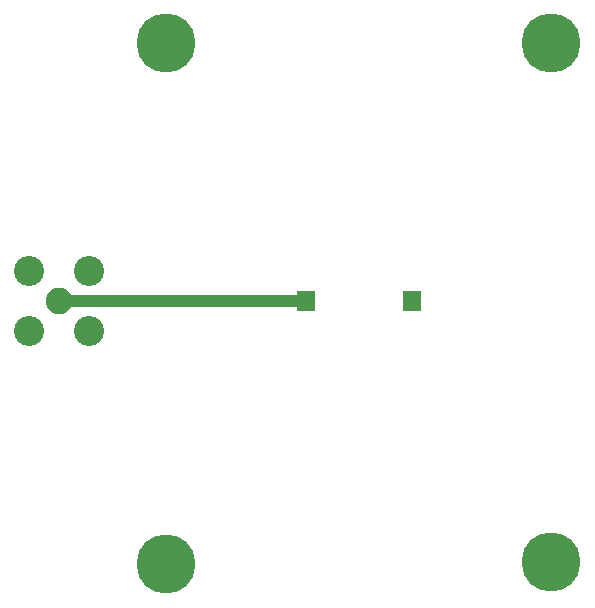
<source format=gbl>
G04*
G04 #@! TF.GenerationSoftware,Altium Limited,Altium Designer,20.0.13 (296)*
G04*
G04 Layer_Physical_Order=2*
G04 Layer_Color=16711680*
%FSLAX25Y25*%
%MOIN*%
G70*
G01*
G75*
%ADD10C,0.08858*%
%ADD11C,0.10039*%
%ADD12C,0.19685*%
%ADD13R,0.05906X0.07087*%
%ADD14C,0.03937*%
D10*
X153000Y413500D02*
D03*
D11*
X163000Y403500D02*
D03*
X143000D02*
D03*
Y423500D02*
D03*
X163000D02*
D03*
D12*
X317000Y326500D02*
D03*
Y499500D02*
D03*
X188500D02*
D03*
Y326000D02*
D03*
D13*
X235283Y413500D02*
D03*
X270717D02*
D03*
D14*
X153000D02*
X234673D01*
X152358D02*
X153000D01*
X234673D02*
X235173Y413000D01*
M02*

</source>
